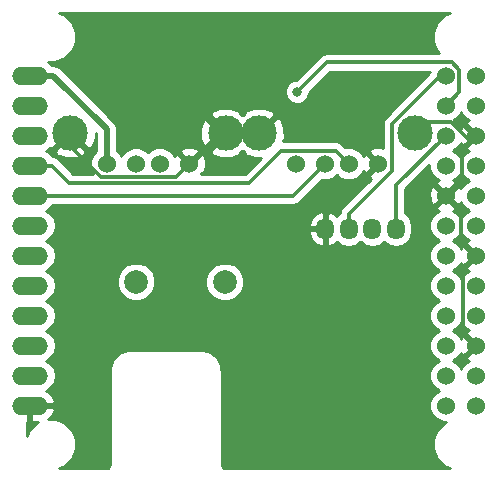
<source format=gbl>
G04 #@! TF.FileFunction,Copper,L2,Bot,Signal*
%FSLAX46Y46*%
G04 Gerber Fmt 4.6, Leading zero omitted, Abs format (unit mm)*
G04 Created by KiCad (PCBNEW 4.0.1-stable) date 05/05/18 00:40:07*
%MOMM*%
G01*
G04 APERTURE LIST*
%ADD10C,0.050000*%
%ADD11C,1.524000*%
%ADD12O,3.048000X1.524000*%
%ADD13C,2.000000*%
%ADD14C,3.000000*%
%ADD15O,1.524000X1.800000*%
%ADD16C,0.800000*%
%ADD17C,0.300000*%
%ADD18C,0.500000*%
%ADD19C,0.254000*%
G04 APERTURE END LIST*
D10*
D11*
X128270000Y-56030000D03*
X125730000Y-56030000D03*
X128270000Y-58570000D03*
X125730000Y-58570000D03*
X128270000Y-61110000D03*
X125730000Y-61110000D03*
X128270000Y-63650000D03*
X125730000Y-63650000D03*
X128270000Y-66190000D03*
X125730000Y-66190000D03*
X128270000Y-68730000D03*
X125730000Y-68730000D03*
X128270000Y-71270000D03*
X125730000Y-71270000D03*
X128270000Y-73810000D03*
X125730000Y-73810000D03*
X128270000Y-76350000D03*
X125730000Y-76350000D03*
X128270000Y-78890000D03*
X125730000Y-78890000D03*
X128270000Y-81430000D03*
X125730000Y-81430000D03*
X128270000Y-83970000D03*
X125730000Y-83970000D03*
D12*
X90500000Y-56030000D03*
X90500000Y-58570000D03*
X90500000Y-61110000D03*
X90500000Y-63650000D03*
X90500000Y-66190000D03*
X90500000Y-68730000D03*
X90500000Y-71270000D03*
X90500000Y-73810000D03*
X90500000Y-76350000D03*
X90500000Y-78890000D03*
X90500000Y-81430000D03*
X90500000Y-83970000D03*
D13*
X99500000Y-73500000D03*
X107000000Y-73500000D03*
D11*
X97000000Y-63500000D03*
X99500000Y-63500000D03*
X101500000Y-63500000D03*
X104000000Y-63500000D03*
D14*
X93930000Y-60900000D03*
X107070000Y-60900000D03*
D11*
X113000000Y-63500000D03*
X115500000Y-63500000D03*
X117500000Y-63500000D03*
X120000000Y-63500000D03*
D14*
X109930000Y-60900000D03*
X123070000Y-60900000D03*
D15*
X121500000Y-69000000D03*
X119500000Y-69000000D03*
X117500000Y-69000000D03*
X115500000Y-69000000D03*
D16*
X99500000Y-57500000D03*
X118500000Y-56500000D03*
X119500000Y-52000000D03*
X115500000Y-83500000D03*
X95300000Y-73500000D03*
X113130800Y-57405000D03*
D17*
X107070000Y-60900000D02*
X106600000Y-60900000D01*
X106600000Y-60900000D02*
X103200000Y-57500000D01*
X103200000Y-57500000D02*
X99500000Y-57500000D01*
X115500000Y-69000000D02*
X115500000Y-83500000D01*
X95300000Y-73500000D02*
X95500000Y-73500000D01*
X127153800Y-72386200D02*
X128270000Y-71270000D01*
X127153800Y-77773800D02*
X127153800Y-72386200D01*
X128270000Y-78890000D02*
X127153800Y-77773800D01*
X127000000Y-67460000D02*
X125730000Y-66190000D01*
X127000000Y-70000000D02*
X127000000Y-67460000D01*
X128270000Y-71270000D02*
X127000000Y-70000000D01*
X106600000Y-60900000D02*
X104000000Y-63500000D01*
X102887600Y-64612400D02*
X104000000Y-63500000D01*
X96514200Y-64612400D02*
X102887600Y-64612400D01*
X93930000Y-62028200D02*
X96514200Y-64612400D01*
X93930000Y-60900000D02*
X93930000Y-62028200D01*
X127075700Y-62304300D02*
X127786700Y-61593300D01*
X127075700Y-64844300D02*
X127075700Y-62304300D01*
X125730000Y-66190000D02*
X127075700Y-64844300D01*
X127786700Y-61593300D02*
X128270000Y-61110000D01*
X123997500Y-59972500D02*
X123070000Y-60900000D01*
X126165900Y-59972500D02*
X123997500Y-59972500D01*
X127786700Y-61593300D02*
X126165900Y-59972500D01*
X115750300Y-67749700D02*
X120000000Y-63500000D01*
X115500000Y-67749700D02*
X115750300Y-67749700D01*
X115500000Y-69000000D02*
X115500000Y-67749700D01*
D18*
X97000000Y-60555700D02*
X97000000Y-63500000D01*
X92474300Y-56030000D02*
X97000000Y-60555700D01*
X90500000Y-56030000D02*
X92474300Y-56030000D01*
D17*
X116382900Y-62382900D02*
X117500000Y-63500000D01*
X111806200Y-62382900D02*
X116382900Y-62382900D01*
X109076300Y-65112800D02*
X111806200Y-62382900D01*
X93837100Y-65112800D02*
X109076300Y-65112800D01*
X92374300Y-63650000D02*
X93837100Y-65112800D01*
X90500000Y-63650000D02*
X92374300Y-63650000D01*
X112810000Y-66190000D02*
X115500000Y-63500000D01*
X90500000Y-66190000D02*
X112810000Y-66190000D01*
X125263000Y-56030000D02*
X125730000Y-56030000D01*
X121149100Y-60143900D02*
X125263000Y-56030000D01*
X121149100Y-64100600D02*
X121149100Y-60143900D01*
X117500000Y-67749700D02*
X121149100Y-64100600D01*
X117500000Y-69000000D02*
X117500000Y-67749700D01*
X115618700Y-54917100D02*
X113130800Y-57405000D01*
X126208000Y-54917100D02*
X115618700Y-54917100D01*
X126860800Y-55569900D02*
X126208000Y-54917100D01*
X126860800Y-57439200D02*
X126860800Y-55569900D01*
X125730000Y-58570000D02*
X126860800Y-57439200D01*
X121500000Y-65340000D02*
X125730000Y-61110000D01*
X121500000Y-69000000D02*
X121500000Y-65340000D01*
D19*
G36*
X125542200Y-50938980D02*
X124941091Y-51539041D01*
X124615372Y-52323459D01*
X124614630Y-53172815D01*
X124938980Y-53957800D01*
X125112976Y-54132100D01*
X115618700Y-54132100D01*
X115318294Y-54191855D01*
X115063621Y-54362021D01*
X113055708Y-56369934D01*
X112925829Y-56369821D01*
X112545285Y-56527058D01*
X112253881Y-56817954D01*
X112095980Y-57198223D01*
X112095621Y-57609971D01*
X112252858Y-57990515D01*
X112543754Y-58281919D01*
X112924023Y-58439820D01*
X113335771Y-58440179D01*
X113716315Y-58282942D01*
X114007719Y-57992046D01*
X114165620Y-57611777D01*
X114165735Y-57480223D01*
X115943858Y-55702100D01*
X124353506Y-55702100D01*
X124333243Y-55750900D01*
X124333157Y-55849685D01*
X120594021Y-59588821D01*
X120423855Y-59843493D01*
X120399336Y-59966757D01*
X120364100Y-60143900D01*
X120364100Y-62146655D01*
X120207698Y-62090856D01*
X119652632Y-62118638D01*
X119268857Y-62277603D01*
X119199392Y-62519787D01*
X120000000Y-63320395D01*
X120014143Y-63306253D01*
X120193748Y-63485858D01*
X120179605Y-63500000D01*
X120193748Y-63514143D01*
X120014143Y-63693748D01*
X120000000Y-63679605D01*
X119199392Y-64480213D01*
X119268857Y-64722397D01*
X119378152Y-64761390D01*
X116944921Y-67194621D01*
X116774755Y-67449293D01*
X116774755Y-67449294D01*
X116724434Y-67702270D01*
X116512172Y-67844100D01*
X116476105Y-67898078D01*
X116330328Y-67737865D01*
X115843070Y-67507780D01*
X115627000Y-67630280D01*
X115627000Y-68873000D01*
X115647000Y-68873000D01*
X115647000Y-69127000D01*
X115627000Y-69127000D01*
X115627000Y-70369720D01*
X115843070Y-70492220D01*
X116330328Y-70262135D01*
X116476105Y-70101922D01*
X116512172Y-70155900D01*
X116965391Y-70458732D01*
X117500000Y-70565072D01*
X118034609Y-70458732D01*
X118487828Y-70155900D01*
X118500000Y-70137683D01*
X118512172Y-70155900D01*
X118965391Y-70458732D01*
X119500000Y-70565072D01*
X120034609Y-70458732D01*
X120487828Y-70155900D01*
X120500000Y-70137683D01*
X120512172Y-70155900D01*
X120965391Y-70458732D01*
X121500000Y-70565072D01*
X122034609Y-70458732D01*
X122487828Y-70155900D01*
X122790660Y-69702681D01*
X122897000Y-69168072D01*
X122897000Y-68831928D01*
X122790660Y-68297319D01*
X122487828Y-67844100D01*
X122285000Y-67708574D01*
X122285000Y-65982302D01*
X124320856Y-65982302D01*
X124348638Y-66537368D01*
X124507603Y-66921143D01*
X124749787Y-66990608D01*
X125550395Y-66190000D01*
X124749787Y-65389392D01*
X124507603Y-65458857D01*
X124320856Y-65982302D01*
X122285000Y-65982302D01*
X122285000Y-65665158D01*
X124333028Y-63617130D01*
X124332758Y-63926661D01*
X124544990Y-64440303D01*
X124937630Y-64833629D01*
X125129727Y-64913395D01*
X124998857Y-64967603D01*
X124929392Y-65209787D01*
X125730000Y-66010395D01*
X126530608Y-65209787D01*
X126461143Y-64967603D01*
X126320682Y-64917491D01*
X126520303Y-64835010D01*
X126913629Y-64442370D01*
X126999949Y-64234488D01*
X127084990Y-64440303D01*
X127477630Y-64833629D01*
X127685512Y-64919949D01*
X127479697Y-65004990D01*
X127086371Y-65397630D01*
X127006605Y-65589727D01*
X126952397Y-65458857D01*
X126710213Y-65389392D01*
X125909605Y-66190000D01*
X126710213Y-66990608D01*
X126952397Y-66921143D01*
X127002509Y-66780682D01*
X127084990Y-66980303D01*
X127477630Y-67373629D01*
X127685512Y-67459949D01*
X127479697Y-67544990D01*
X127086371Y-67937630D01*
X127000051Y-68145512D01*
X126915010Y-67939697D01*
X126522370Y-67546371D01*
X126330273Y-67466605D01*
X126461143Y-67412397D01*
X126530608Y-67170213D01*
X125730000Y-66369605D01*
X124929392Y-67170213D01*
X124998857Y-67412397D01*
X125139318Y-67462509D01*
X124939697Y-67544990D01*
X124546371Y-67937630D01*
X124333243Y-68450900D01*
X124332758Y-69006661D01*
X124544990Y-69520303D01*
X124937630Y-69913629D01*
X125145512Y-69999949D01*
X124939697Y-70084990D01*
X124546371Y-70477630D01*
X124333243Y-70990900D01*
X124332758Y-71546661D01*
X124544990Y-72060303D01*
X124937630Y-72453629D01*
X125145512Y-72539949D01*
X124939697Y-72624990D01*
X124546371Y-73017630D01*
X124333243Y-73530900D01*
X124332758Y-74086661D01*
X124544990Y-74600303D01*
X124937630Y-74993629D01*
X125145512Y-75079949D01*
X124939697Y-75164990D01*
X124546371Y-75557630D01*
X124333243Y-76070900D01*
X124332758Y-76626661D01*
X124544990Y-77140303D01*
X124937630Y-77533629D01*
X125145512Y-77619949D01*
X124939697Y-77704990D01*
X124546371Y-78097630D01*
X124333243Y-78610900D01*
X124332758Y-79166661D01*
X124544990Y-79680303D01*
X124937630Y-80073629D01*
X125145512Y-80159949D01*
X124939697Y-80244990D01*
X124546371Y-80637630D01*
X124333243Y-81150900D01*
X124332758Y-81706661D01*
X124544990Y-82220303D01*
X124937630Y-82613629D01*
X125145512Y-82699949D01*
X124939697Y-82784990D01*
X124546371Y-83177630D01*
X124333243Y-83690900D01*
X124332758Y-84246661D01*
X124544990Y-84760303D01*
X124937630Y-85153629D01*
X125450900Y-85366757D01*
X125716432Y-85366989D01*
X125542200Y-85438980D01*
X124941091Y-86039041D01*
X124615372Y-86823459D01*
X124614630Y-87672815D01*
X124938980Y-88457800D01*
X125539041Y-89058909D01*
X126035363Y-89265000D01*
X107072390Y-89265000D01*
X106904101Y-89231525D01*
X106822798Y-89177201D01*
X106768475Y-89095901D01*
X106735000Y-88927610D01*
X106735000Y-81000000D01*
X106720877Y-80929000D01*
X106720877Y-80856609D01*
X106644757Y-80473926D01*
X106558217Y-80265000D01*
X106535010Y-80208973D01*
X106318237Y-79884549D01*
X106250641Y-79816954D01*
X106115451Y-79681762D01*
X105791027Y-79464990D01*
X105526074Y-79355243D01*
X105143391Y-79279123D01*
X105071000Y-79279123D01*
X105000000Y-79265000D01*
X99000000Y-79265000D01*
X98929000Y-79279123D01*
X98856609Y-79279123D01*
X98473926Y-79355243D01*
X98306462Y-79424609D01*
X98208973Y-79464990D01*
X97884549Y-79681763D01*
X97816954Y-79749359D01*
X97681762Y-79884549D01*
X97464990Y-80208973D01*
X97441783Y-80265000D01*
X97355243Y-80473926D01*
X97279123Y-80856609D01*
X97279123Y-80929000D01*
X97265000Y-81000000D01*
X97265000Y-88927610D01*
X97231525Y-89095899D01*
X97177201Y-89177202D01*
X97095901Y-89231525D01*
X96927610Y-89265000D01*
X92964132Y-89265000D01*
X93457800Y-89061020D01*
X94058909Y-88460959D01*
X94384628Y-87676541D01*
X94385370Y-86827185D01*
X94061020Y-86042200D01*
X93460959Y-85441091D01*
X92676541Y-85115372D01*
X92034271Y-85114811D01*
X92339630Y-84868026D01*
X92601260Y-84387277D01*
X92616220Y-84313070D01*
X92493720Y-84097000D01*
X90627000Y-84097000D01*
X90627000Y-85367000D01*
X91216404Y-85367000D01*
X91042200Y-85438980D01*
X90441091Y-86039041D01*
X90235000Y-86535363D01*
X90235000Y-85367000D01*
X90373000Y-85367000D01*
X90373000Y-84097000D01*
X90353000Y-84097000D01*
X90353000Y-83843000D01*
X90373000Y-83843000D01*
X90373000Y-83823000D01*
X90627000Y-83823000D01*
X90627000Y-83843000D01*
X92493720Y-83843000D01*
X92616220Y-83626930D01*
X92601260Y-83552723D01*
X92339630Y-83071974D01*
X91913941Y-82727941D01*
X91854338Y-82710349D01*
X92292125Y-82417828D01*
X92594957Y-81964609D01*
X92701297Y-81430000D01*
X92594957Y-80895391D01*
X92292125Y-80442172D01*
X91869826Y-80160000D01*
X92292125Y-79877828D01*
X92594957Y-79424609D01*
X92701297Y-78890000D01*
X92594957Y-78355391D01*
X92292125Y-77902172D01*
X91869826Y-77620000D01*
X92292125Y-77337828D01*
X92594957Y-76884609D01*
X92701297Y-76350000D01*
X92594957Y-75815391D01*
X92292125Y-75362172D01*
X91869826Y-75080000D01*
X92292125Y-74797828D01*
X92594957Y-74344609D01*
X92698553Y-73823795D01*
X97864716Y-73823795D01*
X98113106Y-74424943D01*
X98572637Y-74885278D01*
X99173352Y-75134716D01*
X99823795Y-75135284D01*
X100424943Y-74886894D01*
X100885278Y-74427363D01*
X101134716Y-73826648D01*
X101134718Y-73823795D01*
X105364716Y-73823795D01*
X105613106Y-74424943D01*
X106072637Y-74885278D01*
X106673352Y-75134716D01*
X107323795Y-75135284D01*
X107924943Y-74886894D01*
X108385278Y-74427363D01*
X108634716Y-73826648D01*
X108635284Y-73176205D01*
X108386894Y-72575057D01*
X107927363Y-72114722D01*
X107326648Y-71865284D01*
X106676205Y-71864716D01*
X106075057Y-72113106D01*
X105614722Y-72572637D01*
X105365284Y-73173352D01*
X105364716Y-73823795D01*
X101134718Y-73823795D01*
X101135284Y-73176205D01*
X100886894Y-72575057D01*
X100427363Y-72114722D01*
X99826648Y-71865284D01*
X99176205Y-71864716D01*
X98575057Y-72113106D01*
X98114722Y-72572637D01*
X97865284Y-73173352D01*
X97864716Y-73823795D01*
X92698553Y-73823795D01*
X92701297Y-73810000D01*
X92594957Y-73275391D01*
X92292125Y-72822172D01*
X91869826Y-72540000D01*
X92292125Y-72257828D01*
X92594957Y-71804609D01*
X92701297Y-71270000D01*
X92594957Y-70735391D01*
X92292125Y-70282172D01*
X91869826Y-70000000D01*
X92292125Y-69717828D01*
X92540738Y-69345752D01*
X114117986Y-69345752D01*
X114302689Y-69858812D01*
X114669672Y-70262135D01*
X115156930Y-70492220D01*
X115373000Y-70369720D01*
X115373000Y-69127000D01*
X114261251Y-69127000D01*
X114117986Y-69345752D01*
X92540738Y-69345752D01*
X92594957Y-69264609D01*
X92701297Y-68730000D01*
X92686230Y-68654248D01*
X114117986Y-68654248D01*
X114261251Y-68873000D01*
X115373000Y-68873000D01*
X115373000Y-67630280D01*
X115156930Y-67507780D01*
X114669672Y-67737865D01*
X114302689Y-68141188D01*
X114117986Y-68654248D01*
X92686230Y-68654248D01*
X92594957Y-68195391D01*
X92292125Y-67742172D01*
X91869826Y-67460000D01*
X92292125Y-67177828D01*
X92427651Y-66975000D01*
X112810000Y-66975000D01*
X113110407Y-66915245D01*
X113365079Y-66745079D01*
X115215601Y-64894557D01*
X115220900Y-64896757D01*
X115776661Y-64897242D01*
X116290303Y-64685010D01*
X116500021Y-64475658D01*
X116707630Y-64683629D01*
X117220900Y-64896757D01*
X117776661Y-64897242D01*
X118290303Y-64685010D01*
X118683629Y-64292370D01*
X118743370Y-64148497D01*
X118777603Y-64231143D01*
X119019787Y-64300608D01*
X119820395Y-63500000D01*
X119019787Y-62699392D01*
X118777603Y-62768857D01*
X118746026Y-62857367D01*
X118685010Y-62709697D01*
X118292370Y-62316371D01*
X117779100Y-62103243D01*
X117223339Y-62102758D01*
X117215963Y-62105805D01*
X116937979Y-61827821D01*
X116683307Y-61657655D01*
X116382900Y-61597900D01*
X111949600Y-61597900D01*
X112072723Y-61283813D01*
X112056497Y-60434613D01*
X111762739Y-59725418D01*
X111443970Y-59565635D01*
X110109605Y-60900000D01*
X110123748Y-60914143D01*
X109944143Y-61093748D01*
X109930000Y-61079605D01*
X109915858Y-61093748D01*
X109736253Y-60914143D01*
X109750395Y-60900000D01*
X109736253Y-60885858D01*
X109915858Y-60706253D01*
X109930000Y-60720395D01*
X111264365Y-59386030D01*
X111104582Y-59067261D01*
X110313813Y-58757277D01*
X109464613Y-58773503D01*
X108755418Y-59067261D01*
X108607446Y-59362466D01*
X108517686Y-59272706D01*
X108500000Y-59290392D01*
X108482314Y-59272706D01*
X108392554Y-59362466D01*
X108244582Y-59067261D01*
X107453813Y-58757277D01*
X106604613Y-58773503D01*
X105895418Y-59067261D01*
X105735635Y-59386030D01*
X107070000Y-60720395D01*
X107084143Y-60706253D01*
X107263748Y-60885858D01*
X107249605Y-60900000D01*
X107263748Y-60914143D01*
X107084143Y-61093748D01*
X107070000Y-61079605D01*
X105735635Y-62413970D01*
X105895418Y-62732739D01*
X106686187Y-63042723D01*
X107535387Y-63026497D01*
X108244582Y-62732739D01*
X108392554Y-62437534D01*
X108482314Y-62527294D01*
X108500000Y-62509608D01*
X108517686Y-62527294D01*
X108607446Y-62437534D01*
X108755418Y-62732739D01*
X109546187Y-63042723D01*
X110045765Y-63033177D01*
X108751142Y-64327800D01*
X105007408Y-64327800D01*
X104980215Y-64300607D01*
X105222397Y-64231143D01*
X105409144Y-63707698D01*
X105381362Y-63152632D01*
X105222397Y-62768857D01*
X104980213Y-62699392D01*
X104179605Y-63500000D01*
X104193748Y-63514143D01*
X104014143Y-63693748D01*
X104000000Y-63679605D01*
X103985858Y-63693748D01*
X103806253Y-63514143D01*
X103820395Y-63500000D01*
X103019787Y-62699392D01*
X102777603Y-62768857D01*
X102746026Y-62857367D01*
X102685010Y-62709697D01*
X102495432Y-62519787D01*
X103199392Y-62519787D01*
X104000000Y-63320395D01*
X104800608Y-62519787D01*
X104731143Y-62277603D01*
X104207698Y-62090856D01*
X103652632Y-62118638D01*
X103268857Y-62277603D01*
X103199392Y-62519787D01*
X102495432Y-62519787D01*
X102292370Y-62316371D01*
X101779100Y-62103243D01*
X101223339Y-62102758D01*
X100709697Y-62314990D01*
X100499979Y-62524342D01*
X100292370Y-62316371D01*
X99779100Y-62103243D01*
X99223339Y-62102758D01*
X98709697Y-62314990D01*
X98316371Y-62707630D01*
X98250100Y-62867228D01*
X98185010Y-62709697D01*
X97885000Y-62409163D01*
X97885000Y-60555700D01*
X97877141Y-60516187D01*
X104927277Y-60516187D01*
X104943503Y-61365387D01*
X105237261Y-62074582D01*
X105556030Y-62234365D01*
X106890395Y-60900000D01*
X105556030Y-59565635D01*
X105237261Y-59725418D01*
X104927277Y-60516187D01*
X97877141Y-60516187D01*
X97817633Y-60217025D01*
X97625790Y-59929910D01*
X97625787Y-59929908D01*
X93100090Y-55404210D01*
X92951244Y-55304755D01*
X92812975Y-55212367D01*
X92756784Y-55201190D01*
X92474300Y-55144999D01*
X92474295Y-55145000D01*
X92360833Y-55145000D01*
X92292125Y-55042172D01*
X92056649Y-54884832D01*
X92672815Y-54885370D01*
X93457800Y-54561020D01*
X94058909Y-53960959D01*
X94384628Y-53176541D01*
X94385370Y-52327185D01*
X94061020Y-51542200D01*
X93460959Y-50941091D01*
X92964637Y-50735000D01*
X126035868Y-50735000D01*
X125542200Y-50938980D01*
X125542200Y-50938980D01*
G37*
X125542200Y-50938980D02*
X124941091Y-51539041D01*
X124615372Y-52323459D01*
X124614630Y-53172815D01*
X124938980Y-53957800D01*
X125112976Y-54132100D01*
X115618700Y-54132100D01*
X115318294Y-54191855D01*
X115063621Y-54362021D01*
X113055708Y-56369934D01*
X112925829Y-56369821D01*
X112545285Y-56527058D01*
X112253881Y-56817954D01*
X112095980Y-57198223D01*
X112095621Y-57609971D01*
X112252858Y-57990515D01*
X112543754Y-58281919D01*
X112924023Y-58439820D01*
X113335771Y-58440179D01*
X113716315Y-58282942D01*
X114007719Y-57992046D01*
X114165620Y-57611777D01*
X114165735Y-57480223D01*
X115943858Y-55702100D01*
X124353506Y-55702100D01*
X124333243Y-55750900D01*
X124333157Y-55849685D01*
X120594021Y-59588821D01*
X120423855Y-59843493D01*
X120399336Y-59966757D01*
X120364100Y-60143900D01*
X120364100Y-62146655D01*
X120207698Y-62090856D01*
X119652632Y-62118638D01*
X119268857Y-62277603D01*
X119199392Y-62519787D01*
X120000000Y-63320395D01*
X120014143Y-63306253D01*
X120193748Y-63485858D01*
X120179605Y-63500000D01*
X120193748Y-63514143D01*
X120014143Y-63693748D01*
X120000000Y-63679605D01*
X119199392Y-64480213D01*
X119268857Y-64722397D01*
X119378152Y-64761390D01*
X116944921Y-67194621D01*
X116774755Y-67449293D01*
X116774755Y-67449294D01*
X116724434Y-67702270D01*
X116512172Y-67844100D01*
X116476105Y-67898078D01*
X116330328Y-67737865D01*
X115843070Y-67507780D01*
X115627000Y-67630280D01*
X115627000Y-68873000D01*
X115647000Y-68873000D01*
X115647000Y-69127000D01*
X115627000Y-69127000D01*
X115627000Y-70369720D01*
X115843070Y-70492220D01*
X116330328Y-70262135D01*
X116476105Y-70101922D01*
X116512172Y-70155900D01*
X116965391Y-70458732D01*
X117500000Y-70565072D01*
X118034609Y-70458732D01*
X118487828Y-70155900D01*
X118500000Y-70137683D01*
X118512172Y-70155900D01*
X118965391Y-70458732D01*
X119500000Y-70565072D01*
X120034609Y-70458732D01*
X120487828Y-70155900D01*
X120500000Y-70137683D01*
X120512172Y-70155900D01*
X120965391Y-70458732D01*
X121500000Y-70565072D01*
X122034609Y-70458732D01*
X122487828Y-70155900D01*
X122790660Y-69702681D01*
X122897000Y-69168072D01*
X122897000Y-68831928D01*
X122790660Y-68297319D01*
X122487828Y-67844100D01*
X122285000Y-67708574D01*
X122285000Y-65982302D01*
X124320856Y-65982302D01*
X124348638Y-66537368D01*
X124507603Y-66921143D01*
X124749787Y-66990608D01*
X125550395Y-66190000D01*
X124749787Y-65389392D01*
X124507603Y-65458857D01*
X124320856Y-65982302D01*
X122285000Y-65982302D01*
X122285000Y-65665158D01*
X124333028Y-63617130D01*
X124332758Y-63926661D01*
X124544990Y-64440303D01*
X124937630Y-64833629D01*
X125129727Y-64913395D01*
X124998857Y-64967603D01*
X124929392Y-65209787D01*
X125730000Y-66010395D01*
X126530608Y-65209787D01*
X126461143Y-64967603D01*
X126320682Y-64917491D01*
X126520303Y-64835010D01*
X126913629Y-64442370D01*
X126999949Y-64234488D01*
X127084990Y-64440303D01*
X127477630Y-64833629D01*
X127685512Y-64919949D01*
X127479697Y-65004990D01*
X127086371Y-65397630D01*
X127006605Y-65589727D01*
X126952397Y-65458857D01*
X126710213Y-65389392D01*
X125909605Y-66190000D01*
X126710213Y-66990608D01*
X126952397Y-66921143D01*
X127002509Y-66780682D01*
X127084990Y-66980303D01*
X127477630Y-67373629D01*
X127685512Y-67459949D01*
X127479697Y-67544990D01*
X127086371Y-67937630D01*
X127000051Y-68145512D01*
X126915010Y-67939697D01*
X126522370Y-67546371D01*
X126330273Y-67466605D01*
X126461143Y-67412397D01*
X126530608Y-67170213D01*
X125730000Y-66369605D01*
X124929392Y-67170213D01*
X124998857Y-67412397D01*
X125139318Y-67462509D01*
X124939697Y-67544990D01*
X124546371Y-67937630D01*
X124333243Y-68450900D01*
X124332758Y-69006661D01*
X124544990Y-69520303D01*
X124937630Y-69913629D01*
X125145512Y-69999949D01*
X124939697Y-70084990D01*
X124546371Y-70477630D01*
X124333243Y-70990900D01*
X124332758Y-71546661D01*
X124544990Y-72060303D01*
X124937630Y-72453629D01*
X125145512Y-72539949D01*
X124939697Y-72624990D01*
X124546371Y-73017630D01*
X124333243Y-73530900D01*
X124332758Y-74086661D01*
X124544990Y-74600303D01*
X124937630Y-74993629D01*
X125145512Y-75079949D01*
X124939697Y-75164990D01*
X124546371Y-75557630D01*
X124333243Y-76070900D01*
X124332758Y-76626661D01*
X124544990Y-77140303D01*
X124937630Y-77533629D01*
X125145512Y-77619949D01*
X124939697Y-77704990D01*
X124546371Y-78097630D01*
X124333243Y-78610900D01*
X124332758Y-79166661D01*
X124544990Y-79680303D01*
X124937630Y-80073629D01*
X125145512Y-80159949D01*
X124939697Y-80244990D01*
X124546371Y-80637630D01*
X124333243Y-81150900D01*
X124332758Y-81706661D01*
X124544990Y-82220303D01*
X124937630Y-82613629D01*
X125145512Y-82699949D01*
X124939697Y-82784990D01*
X124546371Y-83177630D01*
X124333243Y-83690900D01*
X124332758Y-84246661D01*
X124544990Y-84760303D01*
X124937630Y-85153629D01*
X125450900Y-85366757D01*
X125716432Y-85366989D01*
X125542200Y-85438980D01*
X124941091Y-86039041D01*
X124615372Y-86823459D01*
X124614630Y-87672815D01*
X124938980Y-88457800D01*
X125539041Y-89058909D01*
X126035363Y-89265000D01*
X107072390Y-89265000D01*
X106904101Y-89231525D01*
X106822798Y-89177201D01*
X106768475Y-89095901D01*
X106735000Y-88927610D01*
X106735000Y-81000000D01*
X106720877Y-80929000D01*
X106720877Y-80856609D01*
X106644757Y-80473926D01*
X106558217Y-80265000D01*
X106535010Y-80208973D01*
X106318237Y-79884549D01*
X106250641Y-79816954D01*
X106115451Y-79681762D01*
X105791027Y-79464990D01*
X105526074Y-79355243D01*
X105143391Y-79279123D01*
X105071000Y-79279123D01*
X105000000Y-79265000D01*
X99000000Y-79265000D01*
X98929000Y-79279123D01*
X98856609Y-79279123D01*
X98473926Y-79355243D01*
X98306462Y-79424609D01*
X98208973Y-79464990D01*
X97884549Y-79681763D01*
X97816954Y-79749359D01*
X97681762Y-79884549D01*
X97464990Y-80208973D01*
X97441783Y-80265000D01*
X97355243Y-80473926D01*
X97279123Y-80856609D01*
X97279123Y-80929000D01*
X97265000Y-81000000D01*
X97265000Y-88927610D01*
X97231525Y-89095899D01*
X97177201Y-89177202D01*
X97095901Y-89231525D01*
X96927610Y-89265000D01*
X92964132Y-89265000D01*
X93457800Y-89061020D01*
X94058909Y-88460959D01*
X94384628Y-87676541D01*
X94385370Y-86827185D01*
X94061020Y-86042200D01*
X93460959Y-85441091D01*
X92676541Y-85115372D01*
X92034271Y-85114811D01*
X92339630Y-84868026D01*
X92601260Y-84387277D01*
X92616220Y-84313070D01*
X92493720Y-84097000D01*
X90627000Y-84097000D01*
X90627000Y-85367000D01*
X91216404Y-85367000D01*
X91042200Y-85438980D01*
X90441091Y-86039041D01*
X90235000Y-86535363D01*
X90235000Y-85367000D01*
X90373000Y-85367000D01*
X90373000Y-84097000D01*
X90353000Y-84097000D01*
X90353000Y-83843000D01*
X90373000Y-83843000D01*
X90373000Y-83823000D01*
X90627000Y-83823000D01*
X90627000Y-83843000D01*
X92493720Y-83843000D01*
X92616220Y-83626930D01*
X92601260Y-83552723D01*
X92339630Y-83071974D01*
X91913941Y-82727941D01*
X91854338Y-82710349D01*
X92292125Y-82417828D01*
X92594957Y-81964609D01*
X92701297Y-81430000D01*
X92594957Y-80895391D01*
X92292125Y-80442172D01*
X91869826Y-80160000D01*
X92292125Y-79877828D01*
X92594957Y-79424609D01*
X92701297Y-78890000D01*
X92594957Y-78355391D01*
X92292125Y-77902172D01*
X91869826Y-77620000D01*
X92292125Y-77337828D01*
X92594957Y-76884609D01*
X92701297Y-76350000D01*
X92594957Y-75815391D01*
X92292125Y-75362172D01*
X91869826Y-75080000D01*
X92292125Y-74797828D01*
X92594957Y-74344609D01*
X92698553Y-73823795D01*
X97864716Y-73823795D01*
X98113106Y-74424943D01*
X98572637Y-74885278D01*
X99173352Y-75134716D01*
X99823795Y-75135284D01*
X100424943Y-74886894D01*
X100885278Y-74427363D01*
X101134716Y-73826648D01*
X101134718Y-73823795D01*
X105364716Y-73823795D01*
X105613106Y-74424943D01*
X106072637Y-74885278D01*
X106673352Y-75134716D01*
X107323795Y-75135284D01*
X107924943Y-74886894D01*
X108385278Y-74427363D01*
X108634716Y-73826648D01*
X108635284Y-73176205D01*
X108386894Y-72575057D01*
X107927363Y-72114722D01*
X107326648Y-71865284D01*
X106676205Y-71864716D01*
X106075057Y-72113106D01*
X105614722Y-72572637D01*
X105365284Y-73173352D01*
X105364716Y-73823795D01*
X101134718Y-73823795D01*
X101135284Y-73176205D01*
X100886894Y-72575057D01*
X100427363Y-72114722D01*
X99826648Y-71865284D01*
X99176205Y-71864716D01*
X98575057Y-72113106D01*
X98114722Y-72572637D01*
X97865284Y-73173352D01*
X97864716Y-73823795D01*
X92698553Y-73823795D01*
X92701297Y-73810000D01*
X92594957Y-73275391D01*
X92292125Y-72822172D01*
X91869826Y-72540000D01*
X92292125Y-72257828D01*
X92594957Y-71804609D01*
X92701297Y-71270000D01*
X92594957Y-70735391D01*
X92292125Y-70282172D01*
X91869826Y-70000000D01*
X92292125Y-69717828D01*
X92540738Y-69345752D01*
X114117986Y-69345752D01*
X114302689Y-69858812D01*
X114669672Y-70262135D01*
X115156930Y-70492220D01*
X115373000Y-70369720D01*
X115373000Y-69127000D01*
X114261251Y-69127000D01*
X114117986Y-69345752D01*
X92540738Y-69345752D01*
X92594957Y-69264609D01*
X92701297Y-68730000D01*
X92686230Y-68654248D01*
X114117986Y-68654248D01*
X114261251Y-68873000D01*
X115373000Y-68873000D01*
X115373000Y-67630280D01*
X115156930Y-67507780D01*
X114669672Y-67737865D01*
X114302689Y-68141188D01*
X114117986Y-68654248D01*
X92686230Y-68654248D01*
X92594957Y-68195391D01*
X92292125Y-67742172D01*
X91869826Y-67460000D01*
X92292125Y-67177828D01*
X92427651Y-66975000D01*
X112810000Y-66975000D01*
X113110407Y-66915245D01*
X113365079Y-66745079D01*
X115215601Y-64894557D01*
X115220900Y-64896757D01*
X115776661Y-64897242D01*
X116290303Y-64685010D01*
X116500021Y-64475658D01*
X116707630Y-64683629D01*
X117220900Y-64896757D01*
X117776661Y-64897242D01*
X118290303Y-64685010D01*
X118683629Y-64292370D01*
X118743370Y-64148497D01*
X118777603Y-64231143D01*
X119019787Y-64300608D01*
X119820395Y-63500000D01*
X119019787Y-62699392D01*
X118777603Y-62768857D01*
X118746026Y-62857367D01*
X118685010Y-62709697D01*
X118292370Y-62316371D01*
X117779100Y-62103243D01*
X117223339Y-62102758D01*
X117215963Y-62105805D01*
X116937979Y-61827821D01*
X116683307Y-61657655D01*
X116382900Y-61597900D01*
X111949600Y-61597900D01*
X112072723Y-61283813D01*
X112056497Y-60434613D01*
X111762739Y-59725418D01*
X111443970Y-59565635D01*
X110109605Y-60900000D01*
X110123748Y-60914143D01*
X109944143Y-61093748D01*
X109930000Y-61079605D01*
X109915858Y-61093748D01*
X109736253Y-60914143D01*
X109750395Y-60900000D01*
X109736253Y-60885858D01*
X109915858Y-60706253D01*
X109930000Y-60720395D01*
X111264365Y-59386030D01*
X111104582Y-59067261D01*
X110313813Y-58757277D01*
X109464613Y-58773503D01*
X108755418Y-59067261D01*
X108607446Y-59362466D01*
X108517686Y-59272706D01*
X108500000Y-59290392D01*
X108482314Y-59272706D01*
X108392554Y-59362466D01*
X108244582Y-59067261D01*
X107453813Y-58757277D01*
X106604613Y-58773503D01*
X105895418Y-59067261D01*
X105735635Y-59386030D01*
X107070000Y-60720395D01*
X107084143Y-60706253D01*
X107263748Y-60885858D01*
X107249605Y-60900000D01*
X107263748Y-60914143D01*
X107084143Y-61093748D01*
X107070000Y-61079605D01*
X105735635Y-62413970D01*
X105895418Y-62732739D01*
X106686187Y-63042723D01*
X107535387Y-63026497D01*
X108244582Y-62732739D01*
X108392554Y-62437534D01*
X108482314Y-62527294D01*
X108500000Y-62509608D01*
X108517686Y-62527294D01*
X108607446Y-62437534D01*
X108755418Y-62732739D01*
X109546187Y-63042723D01*
X110045765Y-63033177D01*
X108751142Y-64327800D01*
X105007408Y-64327800D01*
X104980215Y-64300607D01*
X105222397Y-64231143D01*
X105409144Y-63707698D01*
X105381362Y-63152632D01*
X105222397Y-62768857D01*
X104980213Y-62699392D01*
X104179605Y-63500000D01*
X104193748Y-63514143D01*
X104014143Y-63693748D01*
X104000000Y-63679605D01*
X103985858Y-63693748D01*
X103806253Y-63514143D01*
X103820395Y-63500000D01*
X103019787Y-62699392D01*
X102777603Y-62768857D01*
X102746026Y-62857367D01*
X102685010Y-62709697D01*
X102495432Y-62519787D01*
X103199392Y-62519787D01*
X104000000Y-63320395D01*
X104800608Y-62519787D01*
X104731143Y-62277603D01*
X104207698Y-62090856D01*
X103652632Y-62118638D01*
X103268857Y-62277603D01*
X103199392Y-62519787D01*
X102495432Y-62519787D01*
X102292370Y-62316371D01*
X101779100Y-62103243D01*
X101223339Y-62102758D01*
X100709697Y-62314990D01*
X100499979Y-62524342D01*
X100292370Y-62316371D01*
X99779100Y-62103243D01*
X99223339Y-62102758D01*
X98709697Y-62314990D01*
X98316371Y-62707630D01*
X98250100Y-62867228D01*
X98185010Y-62709697D01*
X97885000Y-62409163D01*
X97885000Y-60555700D01*
X97877141Y-60516187D01*
X104927277Y-60516187D01*
X104943503Y-61365387D01*
X105237261Y-62074582D01*
X105556030Y-62234365D01*
X106890395Y-60900000D01*
X105556030Y-59565635D01*
X105237261Y-59725418D01*
X104927277Y-60516187D01*
X97877141Y-60516187D01*
X97817633Y-60217025D01*
X97625790Y-59929910D01*
X97625787Y-59929908D01*
X93100090Y-55404210D01*
X92951244Y-55304755D01*
X92812975Y-55212367D01*
X92756784Y-55201190D01*
X92474300Y-55144999D01*
X92474295Y-55145000D01*
X92360833Y-55145000D01*
X92292125Y-55042172D01*
X92056649Y-54884832D01*
X92672815Y-54885370D01*
X93457800Y-54561020D01*
X94058909Y-53960959D01*
X94384628Y-53176541D01*
X94385370Y-52327185D01*
X94061020Y-51542200D01*
X93460959Y-50941091D01*
X92964637Y-50735000D01*
X126035868Y-50735000D01*
X125542200Y-50938980D01*
G36*
X127084990Y-77140303D02*
X127477630Y-77533629D01*
X127669727Y-77613395D01*
X127538857Y-77667603D01*
X127469392Y-77909787D01*
X128270000Y-78710395D01*
X128284143Y-78696253D01*
X128463748Y-78875858D01*
X128449605Y-78890000D01*
X128463748Y-78904143D01*
X128284143Y-79083748D01*
X128270000Y-79069605D01*
X127469392Y-79870213D01*
X127538857Y-80112397D01*
X127679318Y-80162509D01*
X127479697Y-80244990D01*
X127086371Y-80637630D01*
X127000051Y-80845512D01*
X126915010Y-80639697D01*
X126522370Y-80246371D01*
X126314488Y-80160051D01*
X126520303Y-80075010D01*
X126913629Y-79682370D01*
X126993395Y-79490273D01*
X127047603Y-79621143D01*
X127289787Y-79690608D01*
X128090395Y-78890000D01*
X127289787Y-78089392D01*
X127047603Y-78158857D01*
X126997491Y-78299318D01*
X126915010Y-78099697D01*
X126522370Y-77706371D01*
X126314488Y-77620051D01*
X126520303Y-77535010D01*
X126913629Y-77142370D01*
X126999949Y-76934488D01*
X127084990Y-77140303D01*
X127084990Y-77140303D01*
G37*
X127084990Y-77140303D02*
X127477630Y-77533629D01*
X127669727Y-77613395D01*
X127538857Y-77667603D01*
X127469392Y-77909787D01*
X128270000Y-78710395D01*
X128284143Y-78696253D01*
X128463748Y-78875858D01*
X128449605Y-78890000D01*
X128463748Y-78904143D01*
X128284143Y-79083748D01*
X128270000Y-79069605D01*
X127469392Y-79870213D01*
X127538857Y-80112397D01*
X127679318Y-80162509D01*
X127479697Y-80244990D01*
X127086371Y-80637630D01*
X127000051Y-80845512D01*
X126915010Y-80639697D01*
X126522370Y-80246371D01*
X126314488Y-80160051D01*
X126520303Y-80075010D01*
X126913629Y-79682370D01*
X126993395Y-79490273D01*
X127047603Y-79621143D01*
X127289787Y-79690608D01*
X128090395Y-78890000D01*
X127289787Y-78089392D01*
X127047603Y-78158857D01*
X126997491Y-78299318D01*
X126915010Y-78099697D01*
X126522370Y-77706371D01*
X126314488Y-77620051D01*
X126520303Y-77535010D01*
X126913629Y-77142370D01*
X126999949Y-76934488D01*
X127084990Y-77140303D01*
G36*
X127084990Y-69520303D02*
X127477630Y-69913629D01*
X127669727Y-69993395D01*
X127538857Y-70047603D01*
X127469392Y-70289787D01*
X128270000Y-71090395D01*
X128284143Y-71076253D01*
X128463748Y-71255858D01*
X128449605Y-71270000D01*
X128463748Y-71284143D01*
X128284143Y-71463748D01*
X128270000Y-71449605D01*
X127469392Y-72250213D01*
X127538857Y-72492397D01*
X127679318Y-72542509D01*
X127479697Y-72624990D01*
X127086371Y-73017630D01*
X127000051Y-73225512D01*
X126915010Y-73019697D01*
X126522370Y-72626371D01*
X126314488Y-72540051D01*
X126520303Y-72455010D01*
X126913629Y-72062370D01*
X126993395Y-71870273D01*
X127047603Y-72001143D01*
X127289787Y-72070608D01*
X128090395Y-71270000D01*
X127289787Y-70469392D01*
X127047603Y-70538857D01*
X126997491Y-70679318D01*
X126915010Y-70479697D01*
X126522370Y-70086371D01*
X126314488Y-70000051D01*
X126520303Y-69915010D01*
X126913629Y-69522370D01*
X126999949Y-69314488D01*
X127084990Y-69520303D01*
X127084990Y-69520303D01*
G37*
X127084990Y-69520303D02*
X127477630Y-69913629D01*
X127669727Y-69993395D01*
X127538857Y-70047603D01*
X127469392Y-70289787D01*
X128270000Y-71090395D01*
X128284143Y-71076253D01*
X128463748Y-71255858D01*
X128449605Y-71270000D01*
X128463748Y-71284143D01*
X128284143Y-71463748D01*
X128270000Y-71449605D01*
X127469392Y-72250213D01*
X127538857Y-72492397D01*
X127679318Y-72542509D01*
X127479697Y-72624990D01*
X127086371Y-73017630D01*
X127000051Y-73225512D01*
X126915010Y-73019697D01*
X126522370Y-72626371D01*
X126314488Y-72540051D01*
X126520303Y-72455010D01*
X126913629Y-72062370D01*
X126993395Y-71870273D01*
X127047603Y-72001143D01*
X127289787Y-72070608D01*
X128090395Y-71270000D01*
X127289787Y-70469392D01*
X127047603Y-70538857D01*
X126997491Y-70679318D01*
X126915010Y-70479697D01*
X126522370Y-70086371D01*
X126314488Y-70000051D01*
X126520303Y-69915010D01*
X126913629Y-69522370D01*
X126999949Y-69314488D01*
X127084990Y-69520303D01*
G36*
X94123748Y-60885858D02*
X94109605Y-60900000D01*
X95443970Y-62234365D01*
X95762739Y-62074582D01*
X96072723Y-61283813D01*
X96064857Y-60872136D01*
X96115000Y-60922279D01*
X96115000Y-62409522D01*
X95816371Y-62707630D01*
X95603243Y-63220900D01*
X95602758Y-63776661D01*
X95814990Y-64290303D01*
X95852422Y-64327800D01*
X94162258Y-64327800D01*
X92929379Y-63094921D01*
X92674707Y-62924755D01*
X92435828Y-62877239D01*
X92292125Y-62662172D01*
X91920666Y-62413970D01*
X92595635Y-62413970D01*
X92755418Y-62732739D01*
X93546187Y-63042723D01*
X94395387Y-63026497D01*
X95104582Y-62732739D01*
X95264365Y-62413970D01*
X93930000Y-61079605D01*
X92595635Y-62413970D01*
X91920666Y-62413970D01*
X91869826Y-62380000D01*
X92228479Y-62140355D01*
X92416030Y-62234365D01*
X93750395Y-60900000D01*
X93736253Y-60885858D01*
X93915858Y-60706253D01*
X93930000Y-60720395D01*
X93944143Y-60706253D01*
X94123748Y-60885858D01*
X94123748Y-60885858D01*
G37*
X94123748Y-60885858D02*
X94109605Y-60900000D01*
X95443970Y-62234365D01*
X95762739Y-62074582D01*
X96072723Y-61283813D01*
X96064857Y-60872136D01*
X96115000Y-60922279D01*
X96115000Y-62409522D01*
X95816371Y-62707630D01*
X95603243Y-63220900D01*
X95602758Y-63776661D01*
X95814990Y-64290303D01*
X95852422Y-64327800D01*
X94162258Y-64327800D01*
X92929379Y-63094921D01*
X92674707Y-62924755D01*
X92435828Y-62877239D01*
X92292125Y-62662172D01*
X91920666Y-62413970D01*
X92595635Y-62413970D01*
X92755418Y-62732739D01*
X93546187Y-63042723D01*
X94395387Y-63026497D01*
X95104582Y-62732739D01*
X95264365Y-62413970D01*
X93930000Y-61079605D01*
X92595635Y-62413970D01*
X91920666Y-62413970D01*
X91869826Y-62380000D01*
X92228479Y-62140355D01*
X92416030Y-62234365D01*
X93750395Y-60900000D01*
X93736253Y-60885858D01*
X93915858Y-60706253D01*
X93930000Y-60720395D01*
X93944143Y-60706253D01*
X94123748Y-60885858D01*
G36*
X127084990Y-59360303D02*
X127477630Y-59753629D01*
X127669727Y-59833395D01*
X127538857Y-59887603D01*
X127469392Y-60129787D01*
X128270000Y-60930395D01*
X128284143Y-60916253D01*
X128463748Y-61095858D01*
X128449605Y-61110000D01*
X128463748Y-61124143D01*
X128284143Y-61303748D01*
X128270000Y-61289605D01*
X127469392Y-62090213D01*
X127538857Y-62332397D01*
X127679318Y-62382509D01*
X127479697Y-62464990D01*
X127086371Y-62857630D01*
X127000051Y-63065512D01*
X126915010Y-62859697D01*
X126522370Y-62466371D01*
X126314488Y-62380051D01*
X126520303Y-62295010D01*
X126913629Y-61902370D01*
X126993395Y-61710273D01*
X127047603Y-61841143D01*
X127289787Y-61910608D01*
X128090395Y-61110000D01*
X127289787Y-60309392D01*
X127047603Y-60378857D01*
X126997491Y-60519318D01*
X126915010Y-60319697D01*
X126522370Y-59926371D01*
X126314488Y-59840051D01*
X126520303Y-59755010D01*
X126913629Y-59362370D01*
X126999949Y-59154488D01*
X127084990Y-59360303D01*
X127084990Y-59360303D01*
G37*
X127084990Y-59360303D02*
X127477630Y-59753629D01*
X127669727Y-59833395D01*
X127538857Y-59887603D01*
X127469392Y-60129787D01*
X128270000Y-60930395D01*
X128284143Y-60916253D01*
X128463748Y-61095858D01*
X128449605Y-61110000D01*
X128463748Y-61124143D01*
X128284143Y-61303748D01*
X128270000Y-61289605D01*
X127469392Y-62090213D01*
X127538857Y-62332397D01*
X127679318Y-62382509D01*
X127479697Y-62464990D01*
X127086371Y-62857630D01*
X127000051Y-63065512D01*
X126915010Y-62859697D01*
X126522370Y-62466371D01*
X126314488Y-62380051D01*
X126520303Y-62295010D01*
X126913629Y-61902370D01*
X126993395Y-61710273D01*
X127047603Y-61841143D01*
X127289787Y-61910608D01*
X128090395Y-61110000D01*
X127289787Y-60309392D01*
X127047603Y-60378857D01*
X126997491Y-60519318D01*
X126915010Y-60319697D01*
X126522370Y-59926371D01*
X126314488Y-59840051D01*
X126520303Y-59755010D01*
X126913629Y-59362370D01*
X126999949Y-59154488D01*
X127084990Y-59360303D01*
G36*
X123263748Y-60885858D02*
X123249605Y-60900000D01*
X123263748Y-60914143D01*
X123084143Y-61093748D01*
X123070000Y-61079605D01*
X123055858Y-61093748D01*
X122876253Y-60914143D01*
X122890395Y-60900000D01*
X122876253Y-60885858D01*
X123055858Y-60706253D01*
X123070000Y-60720395D01*
X123084143Y-60706253D01*
X123263748Y-60885858D01*
X123263748Y-60885858D01*
G37*
X123263748Y-60885858D02*
X123249605Y-60900000D01*
X123263748Y-60914143D01*
X123084143Y-61093748D01*
X123070000Y-61079605D01*
X123055858Y-61093748D01*
X122876253Y-60914143D01*
X122890395Y-60900000D01*
X122876253Y-60885858D01*
X123055858Y-60706253D01*
X123070000Y-60720395D01*
X123084143Y-60706253D01*
X123263748Y-60885858D01*
M02*

</source>
